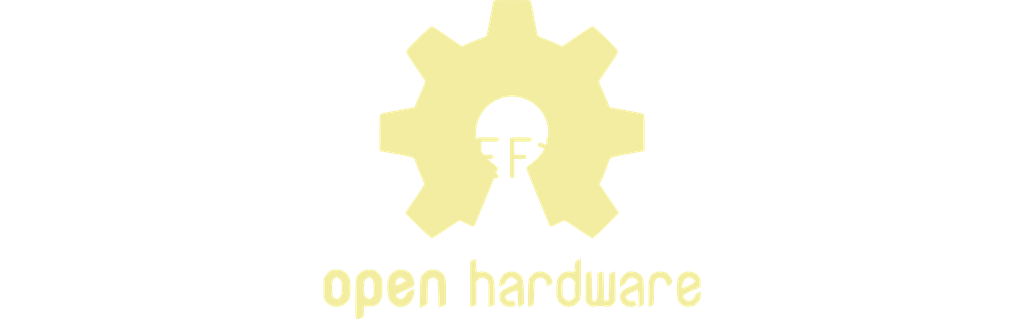
<source format=kicad_pcb>
(kicad_pcb (version 20240108) (generator pcbnew)
  (layers (0 "F.Cu" signal) (31 "B.Cu" signal) (34 "B.Paste" user) (35 "F.Paste" user) (36 "B.SilkS" user "B.Silkscreen") (37 "F.SilkS" user "F.Silkscreen") (38 "B.Mask" user) (39 "F.Mask" user) (44 "Edge.Cuts" user))
  (net 0 "")
  (footprint "OSHW-Logo2_14.6x12mm_SilkScreen" (layer "F.Cu") (at 0 0)
    (property "Reference" "REF**")
    (property "Value" "OSHW-Logo2_14.6x12mm_SilkScreen")
    (fp_poly (pts (xy 5.33569 3.940018) (xy 5.370585 3.955269) (xy 5.453877 4.021235) (xy 5.525103 4.116618) (xy 5.569153 4.218406) (xy 5.576322 4.268587) (xy 5.552285 4.338647) (xy 5.499561 4.375717) (xy 5.443031 4.398164) (xy 5.417146 4.4023) (xy 5.404542 4.372283) (xy 5.379654 4.306961) (xy 5.368735 4.277445) (xy 5.307508 4.175348) (xy 5.218861 4.124423) (xy 5.105193 4.125989) (xy 5.096774 4.127994) (xy 5.036088 4.156767) (xy 4.991474 4.212859) (xy 4.961002 4.303163) (xy 4.942744 4.434571) (xy 4.934771 4.613974) (xy 4.934023 4.709433) (xy 4.933652 4.859913) (xy 4.931223 4.962495) (xy 4.92476 5.027672) (xy 4.912288 5.065938) (xy 4.891833 5.087785) (xy 4.861419 5.103707) (xy 4.859661 5.104509) (xy 4.801091 5.129272) (xy 4.772075 5.138391) (xy 4.767616 5.110822) (xy 4.763799 5.03462) (xy 4.760899 4.919541) (xy 4.759191 4.775341) (xy 4.758851 4.669814) (xy 4.760588 4.465613) (xy 4.767382 4.310697) (xy 4.781607 4.196024) (xy 4.805638 4.112551) (xy 4.841848 4.051236) (xy 4.892612 4.003034) (xy 4.942739 3.969393) (xy 5.063275 3.924619) (xy 5.203557 3.914521) (xy 5.33569 3.940018)) (layer "F.SilkS") (stroke (width 0.01)) (fill solid))
    (fp_poly (pts (xy -2.582571 3.877719) (xy -2.488877 3.931914) (xy -2.423736 3.985707) (xy -2.376093 4.042066) (xy -2.343272 4.110987) (xy -2.322594 4.202468) (xy -2.31138 4.326506) (xy -2.306951 4.493098) (xy -2.306437 4.612851) (xy -2.306437 5.053659) (xy -2.430517 5.109283) (xy -2.554598 5.164907) (xy -2.569195 4.682095) (xy -2.575227 4.501779) (xy -2.581555 4.370901) (xy -2.589394 4.280511) (xy -2.599963 4.221664) (xy -2.614477 4.185413) (xy -2.634152 4.16281) (xy -2.640465 4.157917) (xy -2.736112 4.119706) (xy -2.832793 4.134827) (xy -2.890345 4.174943) (xy -2.913755 4.20337) (xy -2.929961 4.240672) (xy -2.940259 4.297223) (xy -2.945951 4.383394) (xy -2.948336 4.509558) (xy -2.948736 4.641042) (xy -2.948814 4.805999) (xy -2.951639 4.922761) (xy -2.961093 5.00151) (xy -2.98106 5.052431) (xy -3.015424 5.085706) (xy -3.068068 5.11152) (xy -3.138383 5.138344) (xy -3.21518 5.167542) (xy -3.206038 4.649346) (xy -3.202357 4.462539) (xy -3.19805 4.32449) (xy -3.191877 4.225568) (xy -3.182598 4.156145) (xy -3.168973 4.10659) (xy -3.149761 4.067273) (xy -3.126598 4.032584) (xy -3.014848 3.92177) (xy -2.878487 3.857689) (xy -2.730175 3.842339) (xy -2.582571 3.877719)) (layer "F.SilkS") (stroke (width 0.01)) (fill solid))
    (fp_poly (pts (xy 1.065943 3.92192) (xy 1.198565 3.970859) (xy 1.30601 4.057419) (xy 1.348032 4.118352) (xy 1.393843 4.230161) (xy 1.392891 4.311006) (xy 1.344808 4.365378) (xy 1.327017 4.374624) (xy 1.250204 4.40345) (xy 1.210976 4.396065) (xy 1.197689 4.347658) (xy 1.197012 4.32092) (xy 1.172686 4.222548) (xy 1.109281 4.153734) (xy 1.021154 4.120498) (xy 0.922663 4.128861) (xy 0.842602 4.172296) (xy 0.815561 4.197072) (xy 0.796394 4.227129) (xy 0.783446 4.272565) (xy 0.775064 4.343476) (xy 0.769593 4.44996) (xy 0.765378 4.602112) (xy 0.764287 4.650287) (xy 0.760307 4.815095) (xy 0.755781 4.931088) (xy 0.748995 5.007833) (xy 0.738231 5.054893) (xy 0.721773 5.081835) (xy 0.697906 5.098223) (xy 0.682626 5.105463) (xy 0.617733 5.13022) (xy 0.579534 5.138391) (xy 0.566912 5.111103) (xy 0.559208 5.028603) (xy 0.55638 4.889941) (xy 0.558386 4.694162) (xy 0.559011 4.663965) (xy 0.563421 4.485349) (xy 0.568635 4.354923) (xy 0.576055 4.262492) (xy 0.587082 4.197858) (xy 0.603117 4.150825) (xy 0.625561 4.111196) (xy 0.637302 4.094215) (xy 0.704619 4.01908) (xy 0.77991 3.960638) (xy 0.789128 3.955536) (xy 0.924133 3.91526) (xy 1.065943 3.92192)) (layer "F.SilkS") (stroke (width 0.01)) (fill solid))
    (fp_poly (pts (xy 3.580124 3.93984) (xy 3.584579 4.016653) (xy 3.588071 4.133391) (xy 3.590315 4.280821) (xy 3.591035 4.435455) (xy 3.591035 4.958727) (xy 3.498645 5.051117) (xy 3.434978 5.108047) (xy 3.379089 5.131107) (xy 3.302702 5.129647) (xy 3.27238 5.125934) (xy 3.17761 5.115126) (xy 3.099222 5.108933) (xy 3.080115 5.108361) (xy 3.015699 5.112102) (xy 2.923571 5.121494) (xy 2.88785 5.125934) (xy 2.800114 5.132801) (xy 2.741153 5.117885) (xy 2.68269 5.071835) (xy 2.661585 5.051117) (xy 2.569195 4.958727) (xy 2.569195 3.979947) (xy 2.643558 3.946066) (xy 2.70759 3.92097) (xy 2.745052 3.912184) (xy 2.754657 3.93995) (xy 2.763635 4.01753) (xy 2.771386 4.136348) (xy 2.777314 4.287828) (xy 2.780173 4.415805) (xy 2.788161 4.919425) (xy 2.857848 4.929278) (xy 2.921229 4.922389) (xy 2.952286 4.900083) (xy 2.960967 4.858379) (xy 2.968378 4.769544) (xy 2.973931 4.644834) (xy 2.977036 4.495507) (xy 2.977484 4.418661) (xy 2.977931 3.976287) (xy 3.069874 3.944235) (xy 3.134949 3.922443) (xy 3.170347 3.912281) (xy 3.171368 3.912184) (xy 3.17492 3.939809) (xy 3.178823 4.016411) (xy 3.182751 4.132579) (xy 3.186376 4.278904) (xy 3.188908 4.415805) (xy 3.196897 4.919425) (xy 3.372069 4.919425) (xy 3.380107 4.459965) (xy 3.388146 4.000505) (xy 3.473543 3.956344) (xy 3.536593 3.926019) (xy 3.57391 3.912258) (xy 3.574987 3.912184) (xy 3.580124 3.93984)) (layer "F.SilkS") (stroke (width 0.01)) (fill solid))
    (fp_poly (pts (xy -1.255402 3.723857) (xy -1.246846 3.843188) (xy -1.237019 3.913506) (xy -1.223401 3.944179) (xy -1.203473 3.944571) (xy -1.197011 3.94091) (xy -1.11106 3.914398) (xy -0.999255 3.915946) (xy -0.885586 3.943199) (xy -0.81449 3.978455) (xy -0.741595 4.034778) (xy -0.688307 4.098519) (xy -0.651725 4.17951) (xy -0.62895 4.287586) (xy -0.617081 4.43258) (xy -0.613218 4.624326) (xy -0.613149 4.661109) (xy -0.613103 5.074288) (xy -0.705046 5.106339) (xy -0.770348 5.128144) (xy -0.806176 5.138297) (xy -0.80723 5.138391) (xy -0.810758 5.11086) (xy -0.813761 5.034923) (xy -0.81601 4.920565) (xy -0.817276 4.777769) (xy -0.817471 4.690951) (xy -0.817877 4.519773) (xy -0.819968 4.397088) (xy -0.825053 4.313) (xy -0.83444 4.257614) (xy -0.849439 4.221032) (xy -0.871358 4.193359) (xy -0.885043 4.180032) (xy -0.979051 4.126328) (xy -1.081636 4.122307) (xy -1.17471 4.167725) (xy -1.191922 4.184123) (xy -1.217168 4.214957) (xy -1.23468 4.251531) (xy -1.245858 4.304415) (xy -1.252104 4.384177) (xy -1.254818 4.501385) (xy -1.255402 4.662991) (xy -1.255402 5.074288) (xy -1.347345 5.106339) (xy -1.412647 5.128144) (xy -1.448475 5.138297) (xy -1.449529 5.138391) (xy -1.452225 5.110448) (xy -1.454655 5.03163) (xy -1.456722 4.909453) (xy -1.458329 4.751432) (xy -1.459377 4.565083) (xy -1.459769 4.35792) (xy -1.45977 4.348706) (xy -1.45977 3.55902) (xy -1.364885 3.518997) (xy -1.27 3.478973) (xy -1.255402 3.723857)) (layer "F.SilkS") (stroke (width 0.01)) (fill solid))
    (fp_poly (pts (xy -5.951779 3.866015) (xy -5.814939 3.937968) (xy -5.713949 4.053766) (xy -5.678075 4.128213) (xy -5.650161 4.239992) (xy -5.635871 4.381227) (xy -5.634516 4.535371) (xy -5.645405 4.685879) (xy -5.667847 4.816205) (xy -5.70115 4.909803) (xy -5.711385 4.925922) (xy -5.832618 5.046249) (xy -5.976613 5.118317) (xy -6.132861 5.139408) (xy -6.290852 5.106802) (xy -6.33482 5.087253) (xy -6.420444 5.027012) (xy -6.495592 4.947135) (xy -6.502694 4.937004) (xy -6.531561 4.888181) (xy -6.550643 4.83599) (xy -6.561916 4.767285) (xy -6.567355 4.668918) (xy -6.568938 4.527744) (xy -6.568965 4.496092) (xy -6.568893 4.486019) (xy -6.277011 4.486019) (xy -6.275313 4.619256) (xy -6.268628 4.707674) (xy -6.254575 4.764785) (xy -6.230771 4.804102) (xy -6.218621 4.817241) (xy -6.148764 4.867172) (xy -6.080941 4.864895) (xy -6.012365 4.821584) (xy -5.971465 4.775346) (xy -5.947242 4.707857) (xy -5.933639 4.601433) (xy -5.932706 4.58902) (xy -5.930384 4.396147) (xy -5.95465 4.2529) (xy -6.005176 4.16016) (xy -6.081632 4.118807) (xy -6.108924 4.116552) (xy -6.180589 4.127893) (xy -6.22961 4.167184) (xy -6.259582 4.242326) (xy -6.274101 4.361222) (xy -6.277011 4.486019) (xy -6.568893 4.486019) (xy -6.567878 4.345659) (xy -6.563312 4.240549) (xy -6.553312 4.167714) (xy -6.535921 4.114108) (xy -6.509184 4.066681) (xy -6.503276 4.057864) (xy -6.403968 3.939007) (xy -6.295758 3.870008) (xy -6.164019 3.842619) (xy -6.119283 3.841281) (xy -5.951779 3.866015)) (layer "F.SilkS") (stroke (width 0.01)) (fill solid))
    (fp_poly (pts (xy 6.343439 3.95654) (xy 6.45895 4.032034) (xy 6.514664 4.099617) (xy 6.558804 4.222255) (xy 6.562309 4.319298) (xy 6.554368 4.449056) (xy 6.255115 4.580039) (xy 6.109611 4.646958) (xy 6.014537 4.70079) (xy 5.965101 4.747416) (xy 5.956511 4.79272) (xy 5.983972 4.842582) (xy 6.014253 4.875632) (xy 6.102363 4.928633) (xy 6.198196 4.932347) (xy 6.286212 4.891041) (xy 6.350869 4.808983) (xy 6.362433 4.780008) (xy 6.417825 4.689509) (xy 6.481553 4.65094) (xy 6.568966 4.617946) (xy 6.568966 4.743034) (xy 6.561238 4.828156) (xy 6.530966 4.899938) (xy 6.467518 4.982356) (xy 6.458088 4.993066) (xy 6.387513 5.066391) (xy 6.326847 5.105742) (xy 6.25095 5.123845) (xy 6.18803 5.129774) (xy 6.075487 5.131251) (xy 5.99537 5.112535) (xy 5.94539 5.084747) (xy 5.866838 5.023641) (xy 5.812463 4.957554) (xy 5.778052 4.874441) (xy 5.759388 4.762254) (xy 5.752256 4.608946) (xy 5.751687 4.531136) (xy 5.753622 4.437853) (xy 5.929899 4.437853) (xy 5.931944 4.487896) (xy 5.937039 4.496092) (xy 5.970666 4.484958) (xy 6.04303 4.455493) (xy 6.139747 4.413601) (xy 6.159973 4.404597) (xy 6.282203 4.342442) (xy 6.349547 4.287815) (xy 6.364348 4.236649) (xy 6.328947 4.184876) (xy 6.299711 4.162) (xy 6.194216 4.11625) (xy 6.095476 4.123808) (xy 6.012812 4.179651) (xy 5.955548 4.278753) (xy 5.937188 4.357414) (xy 5.929899 4.437853) (xy 5.753622 4.437853) (xy 5.755459 4.349351) (xy 5.769359 4.214853) (xy 5.796894 4.116916) (xy 5.841572 4.044811) (xy 5.906901 3.987813) (xy 5.935383 3.969393) (xy 6.064763 3.921422) (xy 6.206412 3.918403) (xy 6.343439 3.95654)) (layer "F.SilkS") (stroke (width 0.01)) (fill solid))
    (fp_poly (pts (xy 2.393914 4.154455) (xy 2.393543 4.372661) (xy 2.392108 4.540519) (xy 2.389002 4.66607) (xy 2.383622 4.757355) (xy 2.375362 4.822415) (xy 2.363616 4.869291) (xy 2.347781 4.906024) (xy 2.33579 4.926991) (xy 2.23649 5.040694) (xy 2.110588 5.111965) (xy 1.971291 5.137538) (xy 1.831805 5.11415) (xy 1.748743 5.072119) (xy 1.661545 4.999411) (xy 1.602117 4.910612) (xy 1.566261 4.79432) (xy 1.549781 4.639135) (xy 1.547447 4.525287) (xy 1.547761 4.517106) (xy 1.751724 4.517106) (xy 1.75297 4.647657) (xy 1.758678 4.73408) (xy 1.771804 4.790618) (xy 1.795306 4.831514) (xy 1.823386 4.862362) (xy 1.917688 4.921905) (xy 2.01894 4.926992) (xy 2.114636 4.877279) (xy 2.122084 4.870543) (xy 2.153874 4.835502) (xy 2.173808 4.793811) (xy 2.1846 4.731762) (xy 2.188965 4.635644) (xy 2.189655 4.529379) (xy 2.188159 4.39588) (xy 2.181964 4.306822) (xy 2.168514 4.248293) (xy 2.145251 4.206382) (xy 2.126175 4.184123) (xy 2.037563 4.127985) (xy 1.935508 4.121235) (xy 1.838095 4.164114) (xy 1.819296 4.180032) (xy 1.787293 4.215382) (xy 1.767318 4.257502) (xy 1.756593 4.320251) (xy 1.752339 4.417487) (xy 1.751724 4.517106) (xy 1.547761 4.517106) (xy 1.554504 4.341947) (xy 1.578472 4.204195) (xy 1.623548 4.100632) (xy 1.693928 4.019856) (xy 1.748743 3.978455) (xy 1.848376 3.933728) (xy 1.963855 3.912967) (xy 2.071199 3.918525) (xy 2.131264 3.940943) (xy 2.154835 3.947323) (xy 2.170477 3.923535) (xy 2.181395 3.859788) (xy 2.189655 3.762687) (xy 2.198699 3.654541) (xy 2.211261 3.589475) (xy 2.234119 3.552268) (xy 2.274051 3.527699) (xy 2.299138 3.516819) (xy 2.394023 3.477072) (xy 2.393914 4.154455)) (layer "F.SilkS") (stroke (width 0.01)) (fill solid))
    (fp_poly (pts (xy -3.684448 3.884676) (xy -3.569342 3.962111) (xy -3.480389 4.073949) (xy -3.427251 4.216265) (xy -3.416503 4.321015) (xy -3.417724 4.364726) (xy -3.427944 4.398194) (xy -3.456039 4.428179) (xy -3.510884 4.46144) (xy -3.601355 4.504738) (xy -3.736328 4.564833) (xy -3.737011 4.565134) (xy -3.861249 4.622037) (xy -3.963127 4.672565) (xy -4.032233 4.71128) (xy -4.058154 4.73274) (xy -4.058161 4.732913) (xy -4.035315 4.779644) (xy -3.981891 4.831154) (xy -3.920558 4.868261) (xy -3.889485 4.875632) (xy -3.804711 4.850138) (xy -3.731707 4.786291) (xy -3.696087 4.716094) (xy -3.66182 4.664343) (xy -3.594697 4.605409) (xy -3.515792 4.554496) (xy -3.446179 4.526809) (xy -3.431623 4.525287) (xy -3.415237 4.550321) (xy -3.41425 4.614311) (xy -3.426292 4.700593) (xy -3.448993 4.792501) (xy -3.479986 4.873369) (xy -3.481552 4.876509) (xy -3.574819 5.006734) (xy -3.695696 5.095311) (xy -3.832973 5.138786) (xy -3.97544 5.133706) (xy -4.111888 5.076616) (xy -4.117955 5.072602) (xy -4.22529 4.975326) (xy -4.295868 4.848409) (xy -4.334926 4.681526) (xy -4.340168 4.634639) (xy -4.349452 4.413329) (xy -4.338322 4.310124) (xy -4.058161 4.310124) (xy -4.054521 4.374503) (xy -4.034611 4.393291) (xy -3.984974 4.379235) (xy -3.906733 4.346009) (xy -3.819274 4.304359) (xy -3.817101 4.303256) (xy -3.74297 4.264265) (xy -3.713219 4.238244) (xy -3.720555 4.210965) (xy -3.751447 4.175121) (xy -3.83004 4.123251) (xy -3.914677 4.119439) (xy -3.990597 4.157189) (xy -4.043035 4.230001) (xy -4.058161 4.310124) (xy -4.338322 4.310124) (xy -4.330356 4.236261) (xy -4.281366 4.095829) (xy -4.213164 3.997447) (xy -4.090065 3.89803) (xy -3.954472 3.848711) (xy -3.816045 3.845568) (xy -3.684448 3.884676)) (layer "F.SilkS") (stroke (width 0.01)) (fill solid))
    (fp_poly (pts (xy 0.079944 3.92436) (xy 0.194343 3.966842) (xy 0.195652 3.967658) (xy 0.266403 4.01973) (xy 0.318636 4.080584) (xy 0.355371 4.159887) (xy 0.379634 4.267309) (xy 0.394445 4.412517) (xy 0.402829 4.605179) (xy 0.403564 4.632628) (xy 0.41412 5.046521) (xy 0.325291 5.092456) (xy 0.261018 5.123498) (xy 0.22221 5.138206) (xy 0.220415 5.138391) (xy 0.2137 5.11125) (xy 0.208365 5.038041) (xy 0.205083 4.931081) (xy 0.204368 4.844469) (xy 0.204351 4.704162) (xy 0.197937 4.616051) (xy 0.17558 4.574025) (xy 0.127732 4.571975) (xy 0.044849 4.60379) (xy -0.080287 4.662272) (xy -0.172303 4.710845) (xy -0.219629 4.752986) (xy -0.233542 4.798916) (xy -0.233563 4.801189) (xy -0.210605 4.880311) (xy -0.14263 4.923055) (xy -0.038602 4.929246) (xy 0.03633 4.928172) (xy 0.075839 4.949753) (xy 0.100478 5.001591) (xy 0.114659 5.067632) (xy 0.094223 5.105104) (xy 0.086528 5.110467) (xy 0.014083 5.132006) (xy -0.087367 5.135055) (xy -0.191843 5.120778) (xy -0.265875 5.094688) (xy -0.368228 5.007785) (xy -0.426409 4.886816) (xy -0.437931 4.792308) (xy -0.429138 4.707062) (xy -0.39732 4.637476) (xy -0.334316 4.575672) (xy -0.231969 4.513772) (xy -0.082118 4.443897) (xy -0.072988 4.439948) (xy 0.061997 4.377588) (xy 0.145294 4.326446) (xy 0.180997 4.280488) (xy 0.173203 4.233683) (xy 0.126007 4.179998) (xy 0.111894 4.167644) (xy 0.017359 4.119741) (xy -0.080594 4.121758) (xy -0.165903 4.168724) (xy -0.222504 4.255669) (xy -0.227763 4.272734) (xy -0.278977 4.355504) (xy -0.343963 4.395372) (xy -0.437931 4.434882) (xy -0.437931 4.332658) (xy -0.409347 4.184072) (xy -0.324505 4.047784) (xy -0.280355 4.002191) (xy -0.179995 3.943674) (xy -0.052365 3.917184) (xy 0.079944 3.92436)) (layer "F.SilkS") (stroke (width 0.01)) (fill solid))
    (fp_poly (pts (xy -4.8281 3.861903) (xy -4.71655 3.917522) (xy -4.618092 4.019931) (xy -4.590977 4.057864) (xy -4.561438 4.1075) (xy -4.542272 4.161412) (xy -4.531307 4.233364) (xy -4.526371 4.337122) (xy -4.525287 4.474101) (xy -4.530182 4.661815) (xy -4.547196 4.802758) (xy -4.579823 4.907908) (xy -4.631558 4.988243) (xy -4.705896 5.054741) (xy -4.711358 5.058678) (xy -4.78462 5.098953) (xy -4.87284 5.11888) (xy -4.985038 5.123793) (xy -5.167433 5.123793) (xy -5.167509 5.300857) (xy -5.169207 5.39947) (xy -5.17955 5.457314) (xy -5.206578 5.492006) (xy -5.258332 5.521164) (xy -5.270761 5.527121) (xy -5.328923 5.555039) (xy -5.373956 5.572672) (xy -5.407441 5.574194) (xy -5.430962 5.553781) (xy -5.4461 5.505607) (xy -5.454437 5.423846) (xy -5.457556 5.302672) (xy -5.45704 5.13626) (xy -5.454471 4.918785) (xy -5.453668 4.853736) (xy -5.450778 4.629502) (xy -5.448188 4.482821) (xy -5.167586 4.482821) (xy -5.166009 4.607326) (xy -5.159 4.688787) (xy -5.143142 4.742515) (xy -5.115019 4.783823) (xy -5.095925 4.803971) (xy -5.017865 4.862921) (xy -4.948753 4.86772) (xy -4.87744 4.819038) (xy -4.875632 4.817241) (xy -4.846617 4.779618) (xy -4.828967 4.728484) (xy -4.820064 4.649738) (xy -4.817291 4.529276) (xy -4.817241 4.502588) (xy -4.823942 4.336583) (xy -4.845752 4.221505) (xy -4.885235 4.151254) (xy -4.944956 4.119729) (xy -4.979472 4.116552) (xy -5.061389 4.13146) (xy -5.117579 4.180548) (xy -5.151402 4.270362) (xy -5.16622 4.407445) (xy -5.167586 4.482821) (xy -5.448188 4.482821) (xy -5.447713 4.455952) (xy -5.443753 4.325382) (xy -5.438174 4.230087) (xy -5.430254 4.162364) (xy -5.419269 4.114507) (xy -5.404499 4.078813) (xy -5.385218 4.047578) (xy -5.376951 4.035824) (xy -5.267288 3.924797) (xy -5.128635 3.861847) (xy -4.968246 3.844297) (xy -4.8281 3.861903)) (layer "F.SilkS") (stroke (width 0.01)) (fill solid))
    (fp_poly (pts (xy 4.314406 3.935156) (xy 4.398469 3.973393) (xy 4.46445 4.019726) (xy 4.512794 4.071532) (xy 4.546172 4.138363) (xy 4.567253 4.229769) (xy 4.578707 4.355301) (xy 4.583203 4.524508) (xy 4.583678 4.635933) (xy 4.583678 5.070627) (xy 4.509316 5.104509) (xy 4.450746 5.129272) (xy 4.42173 5.138391) (xy 4.416179 5.111257) (xy 4.411775 5.038094) (xy 4.409078 4.931263) (xy 4.408506 4.846437) (xy 4.406046 4.723887) (xy 4.399412 4.626668) (xy 4.389726 4.567134) (xy 4.382032 4.554483) (xy 4.330311 4.567402) (xy 4.249117 4.600539) (xy 4.155102 4.645461) (xy 4.064917 4.693735) (xy 3.995215 4.736928) (xy 3.962648 4.766608) (xy 3.962519 4.766929) (xy 3.96532 4.821857) (xy 3.990439 4.874292) (xy 4.034541 4.916881) (xy 4.098909 4.931126) (xy 4.153921 4.929466) (xy 4.231835 4.928245) (xy 4.272732 4.946498) (xy 4.297295 4.994726) (xy 4.300392 5.00382) (xy 4.31104 5.072598) (xy 4.282565 5.11436) (xy 4.208344 5.134263) (xy 4.128168 5.137944) (xy 3.98389 5.110658) (xy 3.909203 5.07169) (xy 3.816963 4.980148) (xy 3.768043 4.867782) (xy 3.763654 4.749051) (xy 3.805001 4.638411) (xy 3.867197 4.56908) (xy 3.929294 4.530265) (xy 4.026895 4.481125) (xy 4.140632 4.431292) (xy 4.15959 4.423677) (xy 4.284521 4.368545) (xy 4.356539 4.319954) (xy 4.3797 4.271647) (xy 4.358064 4.21737) (xy 4.32092 4.174943) (xy 4.233127 4.122702) (xy 4.13653 4.118784) (xy 4.047944 4.159041) (xy 3.984186 4.239326) (xy 3.975817 4.26004) (xy 3.927096 4.336225) (xy 3.855965 4.392785) (xy 3.766207 4.439201) (xy 3.766207 4.307584) (xy 3.77149 4.227168) (xy 3.794142 4.163786) (xy 3.844367 4.096163) (xy 3.892582 4.044076) (xy 3.967554 3.970322) (xy 4.025806 3.930702) (xy 4.088372 3.91481) (xy 4.159193 3.912184) (xy 4.314406 3.935156)) (layer "F.SilkS") (stroke (width 0.01)) (fill solid))
    (fp_poly (pts (xy 0.209014 -5.547002) (xy 0.367006 -5.546137) (xy 0.481347 -5.543795) (xy 0.559407 -5.539238) (xy 0.608554 -5.53173) (xy 0.636159 -5.520534) (xy 0.649592 -5.504912) (xy 0.656221 -5.484127) (xy 0.656865 -5.481437) (xy 0.666935 -5.432887) (xy 0.685575 -5.337095) (xy 0.710845 -5.204257) (xy 0.740807 -5.044569) (xy 0.773522 -4.868226) (xy 0.774664 -4.862033) (xy 0.807433 -4.689218) (xy 0.838093 -4.536531) (xy 0.864664 -4.413129) (xy 0.885167 -4.328169) (xy 0.897626 -4.29081) (xy 0.89822 -4.290148) (xy 0.934919 -4.271905) (xy 1.010586 -4.241503) (xy 1.108878 -4.205507) (xy 1.109425 -4.205315) (xy 1.233233 -4.158778) (xy 1.379196 -4.099496) (xy 1.516781 -4.039891) (xy 1.523293 -4.036944) (xy 1.74739 -3.935235) (xy 2.243619 -4.274103) (xy 2.395846 -4.377408) (xy 2.533741 -4.469763) (xy 2.649315 -4.545916) (xy 2.734579 -4.600615) (xy 2.781544 -4.628607) (xy 2.786004 -4.630683) (xy 2.820134 -4.62144) (xy 2.883881 -4.576844) (xy 2.979731 -4.494791) (xy 3.110169 -4.373179) (xy 3.243328 -4.243795) (xy 3.371694 -4.116298) (xy 3.486581 -3.999954) (xy 3.581073 -3.901948) (xy 3.648253 -3.829464) (xy 3.681206 -3.789687) (xy 3.682432 -3.787639) (xy 3.686074 -3.760344) (xy 3.67235 -3.715766) (xy 3.637869 -3.647888) (xy 3.579239 -3.550689) (xy 3.49307 -3.418149) (xy 3.3782 -3.247524) (xy 3.276254 -3.097345) (xy 3.185123 -2.96265) (xy 3.110073 -2.85126) (xy 3.056369 -2.770995) (xy 3.02928 -2.729675) (xy 3.027574 -2.72687) (xy 3.030882 -2.687279) (xy 3.055953 -2.610331) (xy 3.097798 -2.510568) (xy 3.112712 -2.478709) (xy 3.177786 -2.336774) (xy 3.247212 -2.175727) (xy 3.303609 -2.036379) (xy 3.344247 -1.932956) (xy 3.376526 -1.854358) (xy 3.395178 -1.81328) (xy 3.397497 -1.810115) (xy 3.431803 -1.804872) (xy 3.512669 -1.790506) (xy 3.629343 -1.769063) (xy 3.771075 -1.742587) (xy 3.92711 -1.713123) (xy 4.086698 -1.682717) (xy 4.239085 -1.653412) (xy 4.373521 -1.627255) (xy 4.479252 -1.60629) (xy 4.545526 -1.592561) (xy 4.561782 -1.58868) (xy 4.578573 -1.5791) (xy 4.591249 -1.557464) (xy 4.600378 -1.516469) (xy 4.606531 -1.448811) (xy 4.61028 -1.347188) (xy 4.612192 -1.204297) (xy 4.61284 -1.012835) (xy 4.612874 -0.934355) (xy 4.612874 -0.296094) (xy 4.459598 -0.26584) (xy 4.374322 -0.249436) (xy 4.24707 -0.225491) (xy 4.093315 -0.196893) (xy 3.928534 -0.166533) (xy 3.882989 -0.158194) (xy 3.730932 -0.12863) (xy 3.598468 -0.099558) (xy 3.496714 -0.073671) (xy 3.436788 -0.053663) (xy 3.426805 -0.047699) (xy 3.402293 -0.005466) (xy 3.367148 0.07637) (xy 3.328173 0.181683) (xy 3.320442 0.204368) (xy 3.26936 0.345018) (xy 3.205954 0.503714) (xy 3.143904 0.646225) (xy 3.143598 0.646886) (xy 3.040267 0.87044) (xy 3.719961 1.870232) (xy 3.283621 2.3073) (xy 3.151649 2.437381) (xy 3.031279 2.552048) (xy 2.929273 2.645181) (xy 2.852391 2.710658) (xy 2.807393 2.742357) (xy 2.800938 2.744368) (xy 2.76304 2.728529) (xy 2.685708 2.684496) (xy 2.577389 2.61749) (xy 2.446532 2.532734) (xy 2.305052 2.437816) (xy 2.161461 2.340998) (xy 2.033435 2.256751) (xy 1.929105 2.190258) (xy 1.8566 2.146702) (xy 1.824158 2.131264) (xy 1.784576 2.144328) (xy 1.709519 2.17875) (xy 1.614468 2.22738) (xy 1.604392 2.232785) (xy 1.476391 2.29698) (xy 1.388618 2.328463) (xy 1.334028 2.328798) (xy 1.305575 2.299548) (xy 1.30541 2.299138) (xy 1.291188 2.264498) (xy 1.257269 2.182269) (xy 1.206284 2.058814) (xy 1.140862 1.900498) (xy 1.063634 1.713686) (xy 0.977229 1.504742) (xy 0.893551 1.302446) (xy 0.801588 1.0792) (xy 0.71715 0.872392) (xy 0.642769 0.688362) (xy 0.580974 0.533451) (xy 0.534297 0.413996) (xy 0.505268 0.336339) (xy 0.496322 0.307356) (xy 0.518756 0.27411) (xy 0.577439 0.221123) (xy 0.655689 0.162704) (xy 0.878534 -0.022048) (xy 1.052718 -0.233818) (xy 1.176154 -0.468144) (xy 1.246754 -0.720566) (xy 1.262431 -0.986623) (xy 1.251036 -1.109425) (xy 1.18895 -1.364207) (xy 1.082023 -1.589199) (xy 0.936889 -1.782183) (xy 0.760178 -1.940939) (xy 0.558522 -2.06325) (xy 0.338554 -2.146895) (xy 0.106906 -2.189656) (xy -0.129791 -2.189313) (xy -0.364905 -2.143648) (xy -0.591804 -2.050441) (xy -0.803856 -1.907473) (xy -0.892364 -1.826617) (xy -1.062111 -1.618993) (xy -1.180301 -1.392105) (xy -1.247722 -1.152567) (xy -1.26516 -0.906993) (xy -1.233402 -0.661997) (xy -1.153235 -0.424192) (xy -1.025445 -0.200193) (xy -0.85082 0.003387) (xy -0.655688 0.162704) (xy -0.574409 0.223602) (xy -0.516991 0.276015) (xy -0.496322 0.307406) (xy -0.507144 0.341639) (xy -0.537923 0.423419) (xy -0.586126 0.546407) (xy -0.649222 0.704263) (xy -0.724678 0.890649) (xy -0.809962 1.099226) (xy -0.893781 1.302496) (xy -0.986255 1.525933) (xy -1.071911 1.732984) (xy -1.148118 1.917286) (xy -1.212247 2.072475) (xy -1.261668 2.192188) (xy -1.293752 2.270061) (xy -1.305641 2.299138) (xy -1.333726 2.328677) (xy -1.388051 2.328591) (xy -1.475605 2.297326) (xy -1.603381 2.233329) (xy -1.604392 2.232785) (xy -1.700598 2.183121) (xy -1.778369 2.146945) (xy -1.822223 2.131408) (xy -1.824158 2.131264) (xy -1.857171 2.147024) (xy -1.930054 2.19085) (xy -2.034678 2.257557) (xy -2.16291 2.341964) (xy -2.305052 2.437816) (xy -2.449767 2.534867) (xy -2.580196 2.61927) (xy -2.68789 2.685801) (xy -2.764402 2.729238) (xy -2.800938 2.744368) (xy -2.834582 2.724482) (xy -2.902224 2.668903) (xy -2.997107 2.583754) (xy -3.11247 2.475153) (xy -3.241555 2.349221) (xy -3.283771 2.307149) (xy -3.720261 1.869931) (xy -3.388023 1.38234) (xy -3.287054 1.232605) (xy -3.198438 1.09822) (xy -3.127146 0.986969) (xy -3.07815 0.906639) (xy -3.056422 0.865014) (xy -3.055785 0.862053) (xy -3.06724 0.822818) (xy -3.098051 0.743895) (xy -3.142884 0.638509) (xy -3.174353 0.567954) (xy -3.233192 0.432876) (xy -3.288604 0.296409) (xy -3.331564 0.181103) (xy -3.343234 0.145977) (xy -3.376389 0.052174) (xy -3.408799 -0.020306) (xy -3.426601 -0.047699) (xy -3.465886 -0.064464) (xy -3.551626 -0.08823) (xy -3.672697 -0.116303) (xy -3.817973 -0.145991) (xy -3.882988 -0.158194) (xy -4.048087 -0.188532) (xy -4.206448 -0.217907) (xy -4.342596 -0.243431) (xy -4.441057 -0.262215) (xy -4.459598 -0.26584) (xy -4.612873 -0.296094) (xy -4.612873 -0.934355) (xy -4.612529 -1.14423) (xy -4.611116 -1.30302) (xy -4.608064 -1.418027) (xy -4.602803 -1.496554) (xy -4.594763 -1.545904) (xy -4.583373 -1.573381) (xy -4.568063 -1.586287) (xy -4.561782 -1.58868) (xy -4.523896 -1.597167) (xy -4.440195 -1.6141) (xy -4.321433 -1.637434) (xy -4.178361 -1.665125) (xy -4.021732 -1.695127) (xy -3.862297 -1.725396) (xy -3.710809 -1.753885) (xy -3.578019 -1.778551) (xy -3.474681 -1.797349) (xy -3.411545 -1.808233) (xy -3.397497 -1.810115) (xy -3.38477 -1.835296) (xy -3.3566 -1.902378) (xy -3.318252 -1.998667) (xy -3.303609 -2.036379) (xy -3.244548 -2.182079) (xy -3.175 -2.343049) (xy -3.112712 -2.478709) (xy -3.066879 -2.582439) (xy -3.036387 -2.667674) (xy -3.026208 -2.719874) (xy -3.027831 -2.72687) (xy -3.049343 -2.759898) (xy -3.098465 -2.833357) (xy -3.169923 -2.939423) (xy -3.258445 -3.070274) (xy -3.358759 -3.218088) (xy -3.378594 -3.247266) (xy -3.494988 -3.420137) (xy -3.580548 -3.551774) (xy -3.638684 -3.648239) (xy -3.672808 -3.715592) (xy -3.686331 -3.759894) (xy -3.682664 -3.787206) (xy -3.68257 -3.78738) (xy -3.653707 -3.823254) (xy -3.589867 -3.892609) (xy -3.497969 -3.988255) (xy -3.384933 -4.103001) (xy -3.257679 -4.229659) (xy -3.243328 -4.243795) (xy -3.082957 -4.399097) (xy -2.959195 -4.51313) (xy -2.869555 -4.587998) (xy -2.811552 -4.625804) (xy -2.786004 -4.630683) (xy -2.748718 -4.609397) (xy -2.671343 -4.560227) (xy -2.561867 -4.488425) (xy -2.42828 -4.399245) (xy -2.27857 -4.297937) (xy -2.243618 -4.274103) (xy -1.74739 -3.935235) (xy -1.523293 -4.036944) (xy -1.387011 -4.096217) (xy -1.240724 -4.15583) (xy -1.114965 -4.20336) (xy -1.109425 -4.205315) (xy -1.011057 -4.241323) (xy -0.935229 -4.271771) (xy -0.898282 -4.290095) (xy -0.89822 -4.290148) (xy -0.886496 -4.323271) (xy -0.866568 -4.404733) (xy -0.840413 -4.525375) (xy -0.81001 -4.676041) (xy -0.777337 -4.847572) (xy -0.774664 -4.862033) (xy -0.74189 -5.038765) (xy -0.711802 -5.19919) (xy -0.686339 -5.333112) (xy -0.667441 -5.430337) (xy -0.657047 -5.480668) (xy -0.656865 -5.481437) (xy -0.650539 -5.502847) (xy -0.638239 -5.519012) (xy -0.612594 -5.530669) (xy -0.566235 -5.538555) (xy -0.491792 -5.543407) (xy -0.381895 -5.545961) (xy -0.229175 -5.546955) (xy -0.026262 -5.547126) (xy 0 -5.547126) (xy 0.209014 -5.547002)) (layer "F.SilkS") (stroke (width 0.01)) (fill solid))
  )
)
</source>
